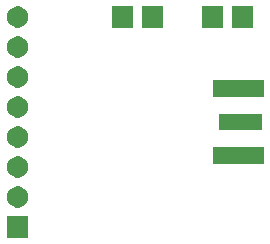
<source format=gbr>
G04 #@! TF.GenerationSoftware,KiCad,Pcbnew,(5.1.5)-3*
G04 #@! TF.CreationDate,2020-07-12T19:07:34-04:00*
G04 #@! TF.ProjectId,BreakoutSI4463PRORev3,42726561-6b6f-4757-9453-493434363350,rev?*
G04 #@! TF.SameCoordinates,Original*
G04 #@! TF.FileFunction,Soldermask,Bot*
G04 #@! TF.FilePolarity,Negative*
%FSLAX46Y46*%
G04 Gerber Fmt 4.6, Leading zero omitted, Abs format (unit mm)*
G04 Created by KiCad (PCBNEW (5.1.5)-3) date 2020-07-12 19:07:34*
%MOMM*%
%LPD*%
G04 APERTURE LIST*
%ADD10C,0.100000*%
G04 APERTURE END LIST*
D10*
G36*
X120281000Y-112661000D02*
G01*
X118479000Y-112661000D01*
X118479000Y-110859000D01*
X120281000Y-110859000D01*
X120281000Y-112661000D01*
G37*
G36*
X119493512Y-108323927D02*
G01*
X119642812Y-108353624D01*
X119806784Y-108421544D01*
X119954354Y-108520147D01*
X120079853Y-108645646D01*
X120178456Y-108793216D01*
X120246376Y-108957188D01*
X120281000Y-109131259D01*
X120281000Y-109308741D01*
X120246376Y-109482812D01*
X120178456Y-109646784D01*
X120079853Y-109794354D01*
X119954354Y-109919853D01*
X119806784Y-110018456D01*
X119642812Y-110086376D01*
X119493512Y-110116073D01*
X119468742Y-110121000D01*
X119291258Y-110121000D01*
X119266488Y-110116073D01*
X119117188Y-110086376D01*
X118953216Y-110018456D01*
X118805646Y-109919853D01*
X118680147Y-109794354D01*
X118581544Y-109646784D01*
X118513624Y-109482812D01*
X118479000Y-109308741D01*
X118479000Y-109131259D01*
X118513624Y-108957188D01*
X118581544Y-108793216D01*
X118680147Y-108645646D01*
X118805646Y-108520147D01*
X118953216Y-108421544D01*
X119117188Y-108353624D01*
X119266488Y-108323927D01*
X119291258Y-108319000D01*
X119468742Y-108319000D01*
X119493512Y-108323927D01*
G37*
G36*
X119493512Y-105783927D02*
G01*
X119642812Y-105813624D01*
X119806784Y-105881544D01*
X119954354Y-105980147D01*
X120079853Y-106105646D01*
X120178456Y-106253216D01*
X120246376Y-106417188D01*
X120281000Y-106591259D01*
X120281000Y-106768741D01*
X120246376Y-106942812D01*
X120178456Y-107106784D01*
X120079853Y-107254354D01*
X119954354Y-107379853D01*
X119806784Y-107478456D01*
X119642812Y-107546376D01*
X119493512Y-107576073D01*
X119468742Y-107581000D01*
X119291258Y-107581000D01*
X119266488Y-107576073D01*
X119117188Y-107546376D01*
X118953216Y-107478456D01*
X118805646Y-107379853D01*
X118680147Y-107254354D01*
X118581544Y-107106784D01*
X118513624Y-106942812D01*
X118479000Y-106768741D01*
X118479000Y-106591259D01*
X118513624Y-106417188D01*
X118581544Y-106253216D01*
X118680147Y-106105646D01*
X118805646Y-105980147D01*
X118953216Y-105881544D01*
X119117188Y-105813624D01*
X119266488Y-105783927D01*
X119291258Y-105779000D01*
X119468742Y-105779000D01*
X119493512Y-105783927D01*
G37*
G36*
X140200000Y-106421000D02*
G01*
X135898000Y-106421000D01*
X135898000Y-104969000D01*
X140200000Y-104969000D01*
X140200000Y-106421000D01*
G37*
G36*
X119493512Y-103243927D02*
G01*
X119642812Y-103273624D01*
X119806784Y-103341544D01*
X119954354Y-103440147D01*
X120079853Y-103565646D01*
X120178456Y-103713216D01*
X120246376Y-103877188D01*
X120281000Y-104051259D01*
X120281000Y-104228741D01*
X120246376Y-104402812D01*
X120178456Y-104566784D01*
X120079853Y-104714354D01*
X119954354Y-104839853D01*
X119806784Y-104938456D01*
X119642812Y-105006376D01*
X119493512Y-105036073D01*
X119468742Y-105041000D01*
X119291258Y-105041000D01*
X119266488Y-105036073D01*
X119117188Y-105006376D01*
X118953216Y-104938456D01*
X118805646Y-104839853D01*
X118680147Y-104714354D01*
X118581544Y-104566784D01*
X118513624Y-104402812D01*
X118479000Y-104228741D01*
X118479000Y-104051259D01*
X118513624Y-103877188D01*
X118581544Y-103713216D01*
X118680147Y-103565646D01*
X118805646Y-103440147D01*
X118953216Y-103341544D01*
X119117188Y-103273624D01*
X119266488Y-103243927D01*
X119291258Y-103239000D01*
X119468742Y-103239000D01*
X119493512Y-103243927D01*
G37*
G36*
X140100000Y-103556000D02*
G01*
X136398000Y-103556000D01*
X136398000Y-102184000D01*
X140100000Y-102184000D01*
X140100000Y-103556000D01*
G37*
G36*
X119493512Y-100703927D02*
G01*
X119642812Y-100733624D01*
X119806784Y-100801544D01*
X119954354Y-100900147D01*
X120079853Y-101025646D01*
X120178456Y-101173216D01*
X120246376Y-101337188D01*
X120281000Y-101511259D01*
X120281000Y-101688741D01*
X120246376Y-101862812D01*
X120178456Y-102026784D01*
X120079853Y-102174354D01*
X119954354Y-102299853D01*
X119806784Y-102398456D01*
X119642812Y-102466376D01*
X119493512Y-102496073D01*
X119468742Y-102501000D01*
X119291258Y-102501000D01*
X119266488Y-102496073D01*
X119117188Y-102466376D01*
X118953216Y-102398456D01*
X118805646Y-102299853D01*
X118680147Y-102174354D01*
X118581544Y-102026784D01*
X118513624Y-101862812D01*
X118479000Y-101688741D01*
X118479000Y-101511259D01*
X118513624Y-101337188D01*
X118581544Y-101173216D01*
X118680147Y-101025646D01*
X118805646Y-100900147D01*
X118953216Y-100801544D01*
X119117188Y-100733624D01*
X119266488Y-100703927D01*
X119291258Y-100699000D01*
X119468742Y-100699000D01*
X119493512Y-100703927D01*
G37*
G36*
X140200000Y-100771000D02*
G01*
X135898000Y-100771000D01*
X135898000Y-99319000D01*
X140200000Y-99319000D01*
X140200000Y-100771000D01*
G37*
G36*
X119493512Y-98163927D02*
G01*
X119642812Y-98193624D01*
X119806784Y-98261544D01*
X119954354Y-98360147D01*
X120079853Y-98485646D01*
X120178456Y-98633216D01*
X120246376Y-98797188D01*
X120281000Y-98971259D01*
X120281000Y-99148741D01*
X120246376Y-99322812D01*
X120178456Y-99486784D01*
X120079853Y-99634354D01*
X119954354Y-99759853D01*
X119806784Y-99858456D01*
X119642812Y-99926376D01*
X119493512Y-99956073D01*
X119468742Y-99961000D01*
X119291258Y-99961000D01*
X119266488Y-99956073D01*
X119117188Y-99926376D01*
X118953216Y-99858456D01*
X118805646Y-99759853D01*
X118680147Y-99634354D01*
X118581544Y-99486784D01*
X118513624Y-99322812D01*
X118479000Y-99148741D01*
X118479000Y-98971259D01*
X118513624Y-98797188D01*
X118581544Y-98633216D01*
X118680147Y-98485646D01*
X118805646Y-98360147D01*
X118953216Y-98261544D01*
X119117188Y-98193624D01*
X119266488Y-98163927D01*
X119291258Y-98159000D01*
X119468742Y-98159000D01*
X119493512Y-98163927D01*
G37*
G36*
X119493512Y-95623927D02*
G01*
X119642812Y-95653624D01*
X119806784Y-95721544D01*
X119954354Y-95820147D01*
X120079853Y-95945646D01*
X120178456Y-96093216D01*
X120246376Y-96257188D01*
X120281000Y-96431259D01*
X120281000Y-96608741D01*
X120246376Y-96782812D01*
X120178456Y-96946784D01*
X120079853Y-97094354D01*
X119954354Y-97219853D01*
X119806784Y-97318456D01*
X119642812Y-97386376D01*
X119493512Y-97416073D01*
X119468742Y-97421000D01*
X119291258Y-97421000D01*
X119266488Y-97416073D01*
X119117188Y-97386376D01*
X118953216Y-97318456D01*
X118805646Y-97219853D01*
X118680147Y-97094354D01*
X118581544Y-96946784D01*
X118513624Y-96782812D01*
X118479000Y-96608741D01*
X118479000Y-96431259D01*
X118513624Y-96257188D01*
X118581544Y-96093216D01*
X118680147Y-95945646D01*
X118805646Y-95820147D01*
X118953216Y-95721544D01*
X119117188Y-95653624D01*
X119266488Y-95623927D01*
X119291258Y-95619000D01*
X119468742Y-95619000D01*
X119493512Y-95623927D01*
G37*
G36*
X136791000Y-94881000D02*
G01*
X134989000Y-94881000D01*
X134989000Y-93079000D01*
X136791000Y-93079000D01*
X136791000Y-94881000D01*
G37*
G36*
X139331000Y-94881000D02*
G01*
X137529000Y-94881000D01*
X137529000Y-93079000D01*
X139331000Y-93079000D01*
X139331000Y-94881000D01*
G37*
G36*
X131711000Y-94881000D02*
G01*
X129909000Y-94881000D01*
X129909000Y-93079000D01*
X131711000Y-93079000D01*
X131711000Y-94881000D01*
G37*
G36*
X129171000Y-94881000D02*
G01*
X127369000Y-94881000D01*
X127369000Y-93079000D01*
X129171000Y-93079000D01*
X129171000Y-94881000D01*
G37*
G36*
X119493512Y-93083927D02*
G01*
X119642812Y-93113624D01*
X119806784Y-93181544D01*
X119954354Y-93280147D01*
X120079853Y-93405646D01*
X120178456Y-93553216D01*
X120246376Y-93717188D01*
X120281000Y-93891259D01*
X120281000Y-94068741D01*
X120246376Y-94242812D01*
X120178456Y-94406784D01*
X120079853Y-94554354D01*
X119954354Y-94679853D01*
X119806784Y-94778456D01*
X119642812Y-94846376D01*
X119493512Y-94876073D01*
X119468742Y-94881000D01*
X119291258Y-94881000D01*
X119266488Y-94876073D01*
X119117188Y-94846376D01*
X118953216Y-94778456D01*
X118805646Y-94679853D01*
X118680147Y-94554354D01*
X118581544Y-94406784D01*
X118513624Y-94242812D01*
X118479000Y-94068741D01*
X118479000Y-93891259D01*
X118513624Y-93717188D01*
X118581544Y-93553216D01*
X118680147Y-93405646D01*
X118805646Y-93280147D01*
X118953216Y-93181544D01*
X119117188Y-93113624D01*
X119266488Y-93083927D01*
X119291258Y-93079000D01*
X119468742Y-93079000D01*
X119493512Y-93083927D01*
G37*
M02*

</source>
